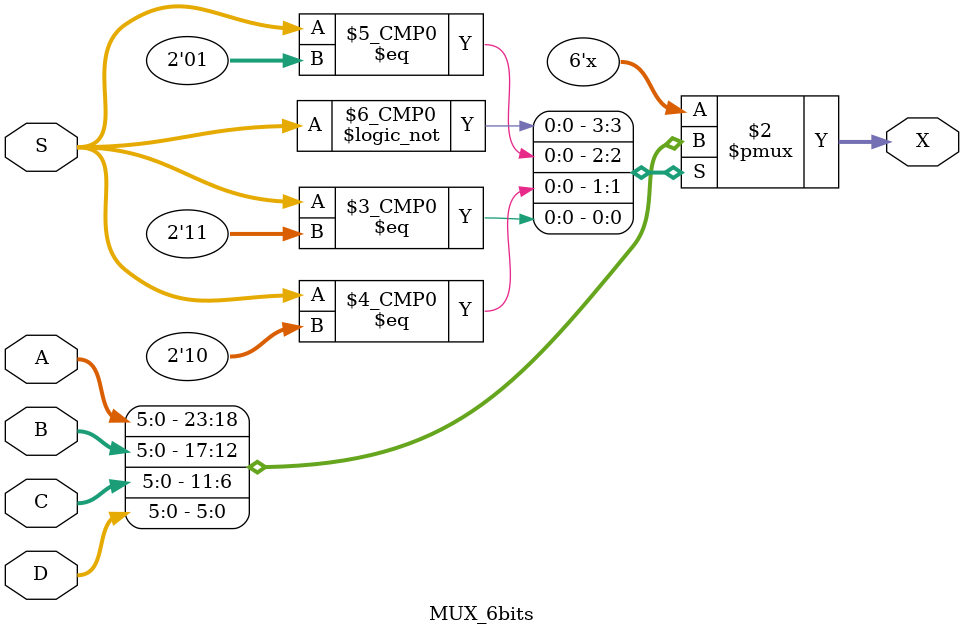
<source format=v>
module MUX_6bits(
  input [5:0] A, B, C, D,
  input [1:0] S,
  output reg [5:0] X
);

  always @(A or B or C or D or S)
  begin
    case (S)
      2'b00: X = A;
      2'b01: X = B;
      2'b10: X = C;
      2'b11: X = D;
    endcase
  end

endmodule

</source>
